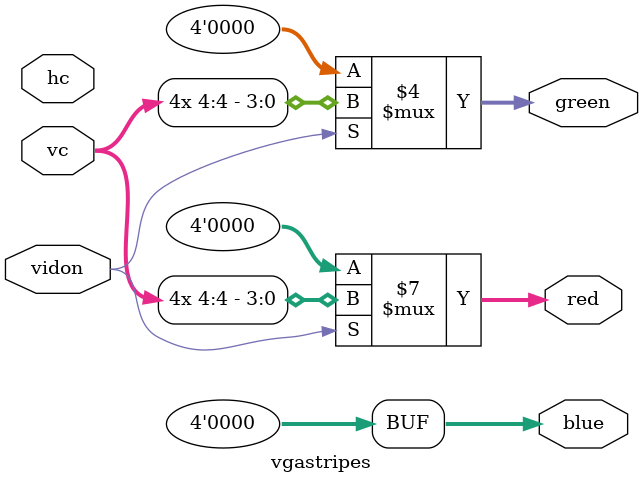
<source format=v>
`timescale 1ns / 1ps

module vgastripes(
    input wire vidon,
    input wire [10:0] hc, vc,
    output reg [3:0] red, green,
    output reg [3:0] blue
    );
    
    always @(*)
        begin
            red = 0;
            green = 0;
            blue = 0;
            if(vidon == 1)
                begin
                    red = {vc[4],vc[4],vc[4],vc[4]};
                    green = {vc[4],vc[4],vc[4],vc[4]};
                end
        end
    
endmodule

</source>
